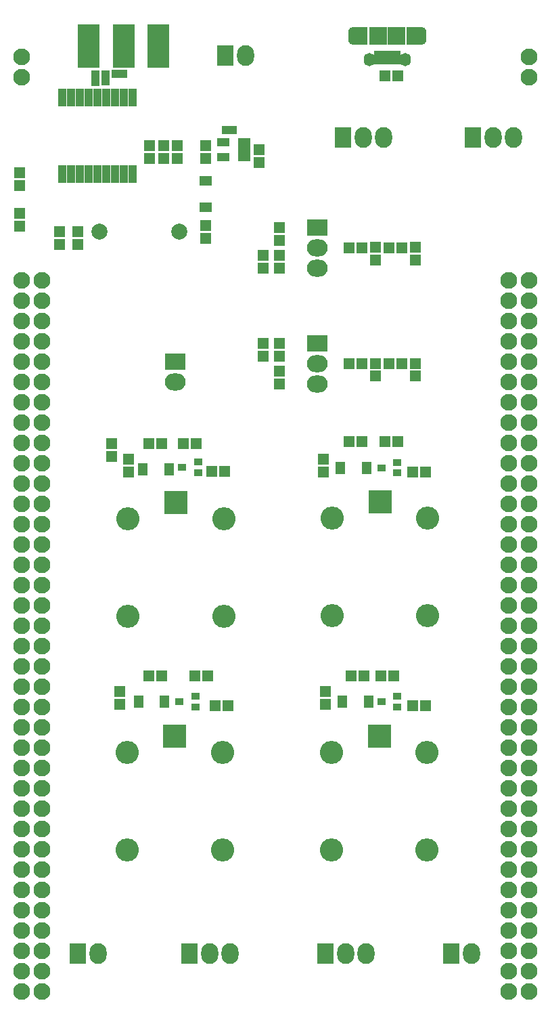
<source format=gts>
G04 #@! TF.GenerationSoftware,KiCad,Pcbnew,5.0.0-rc2-dev-unknown-54f14b0~63~ubuntu16.04.1*
G04 #@! TF.CreationDate,2018-04-02T00:46:52+01:00*
G04 #@! TF.ProjectId,g5500-ethernet-controller,67353530302D65746865726E65742D63,rev?*
G04 #@! TF.SameCoordinates,Original*
G04 #@! TF.FileFunction,Soldermask,Top*
G04 #@! TF.FilePolarity,Negative*
%FSLAX46Y46*%
G04 Gerber Fmt 4.6, Leading zero omitted, Abs format (unit mm)*
G04 Created by KiCad (PCBNEW 5.0.0-rc2-dev-unknown-54f14b0~63~ubuntu16.04.1) date Mon Apr  2 00:46:52 2018*
%MOMM*%
%LPD*%
G01*
G04 APERTURE LIST*
%ADD10R,2.140000X2.600000*%
%ADD11O,2.140000X2.600000*%
%ADD12R,1.400000X1.350000*%
%ADD13O,2.900000X2.900000*%
%ADD14R,2.900000X2.900000*%
%ADD15C,2.100000*%
%ADD16R,1.300000X1.600000*%
%ADD17R,0.800000X1.750000*%
%ADD18O,1.400000X1.650000*%
%ADD19R,2.200000X2.300000*%
%ADD20R,1.975000X2.300000*%
%ADD21O,1.400000X2.300000*%
%ADD22R,1.100000X0.850000*%
%ADD23R,1.100000X2.200000*%
%ADD24R,2.700000X5.400000*%
%ADD25R,2.800000X5.400000*%
%ADD26R,1.620000X1.050000*%
%ADD27R,1.350000X1.400000*%
%ADD28R,1.020000X1.020000*%
%ADD29R,2.600000X2.140000*%
%ADD30O,2.600000X2.140000*%
%ADD31C,2.000000*%
%ADD32R,1.600000X1.300000*%
G04 APERTURE END LIST*
D10*
X81750000Y-144500000D03*
D11*
X84290000Y-144500000D03*
X86830000Y-144500000D03*
D12*
X110000000Y-57800000D03*
X110000000Y-56200000D03*
D13*
X85912963Y-119339017D03*
X85912963Y-131539017D03*
X73912963Y-131539017D03*
X73912963Y-119339017D03*
D14*
X79912963Y-117339017D03*
X80039300Y-88130960D03*
D13*
X74039300Y-90130960D03*
X74039300Y-102330960D03*
X86039300Y-102330960D03*
X86039300Y-90130960D03*
D14*
X105585681Y-88010085D03*
D13*
X99585681Y-90010085D03*
X99585681Y-102210085D03*
X111585681Y-102210085D03*
X111585681Y-90010085D03*
X111500000Y-119300000D03*
X111500000Y-131500000D03*
X99500000Y-131500000D03*
X99500000Y-119300000D03*
D14*
X105500000Y-117300000D03*
D15*
X60725001Y-60287500D03*
X63265001Y-60287500D03*
X60725001Y-62827500D03*
X63265001Y-62827500D03*
X60725001Y-65367500D03*
X63265001Y-65367500D03*
X60725001Y-67907500D03*
X63265001Y-67907500D03*
X60725001Y-70447500D03*
X63265001Y-70447500D03*
X60725001Y-72987500D03*
X63265001Y-72987500D03*
X60725001Y-75527500D03*
X63265001Y-75527500D03*
X60725001Y-78067500D03*
X63265001Y-78067500D03*
X60725001Y-80607500D03*
X63265001Y-80607500D03*
X60725001Y-83147500D03*
X63265001Y-83147500D03*
X60725001Y-85687500D03*
X63265001Y-85687500D03*
X60725001Y-88227500D03*
X63265001Y-88227500D03*
X60725001Y-90767500D03*
X63265001Y-90767500D03*
X60725001Y-93307500D03*
X63265001Y-93307500D03*
X60725001Y-95847500D03*
X63265001Y-95847500D03*
X60725001Y-98387500D03*
X63265001Y-98387500D03*
X60725001Y-100927500D03*
X63265001Y-100927500D03*
X60725001Y-103467500D03*
X63265001Y-103467500D03*
X60725001Y-106007500D03*
X63265001Y-106007500D03*
X60725001Y-108547500D03*
X63265001Y-108547500D03*
X60725001Y-111087500D03*
X63265001Y-111087500D03*
X60725001Y-113627500D03*
X63265001Y-113627500D03*
X60725001Y-116167500D03*
X63265001Y-116167500D03*
X60725001Y-118707500D03*
X63265001Y-118707500D03*
X60725001Y-121247500D03*
X63265001Y-121247500D03*
X60725001Y-123787500D03*
X63265001Y-123787500D03*
X60725001Y-126327500D03*
X63265001Y-126327500D03*
X60725001Y-128867500D03*
X63265001Y-128867500D03*
X60725001Y-131407500D03*
X63265001Y-131407500D03*
X60725001Y-133947500D03*
X63265001Y-133947500D03*
X60725001Y-136487500D03*
X63265001Y-136487500D03*
X60725001Y-139027500D03*
X63265001Y-139027500D03*
X60725001Y-141567500D03*
X63265001Y-141567500D03*
X60725001Y-144107500D03*
X63265001Y-144107500D03*
X60725001Y-146647500D03*
X63265001Y-146647500D03*
X60725001Y-149187500D03*
X63265001Y-149187500D03*
X121685001Y-60287500D03*
X124225001Y-60287500D03*
X121685001Y-62827500D03*
X124225001Y-62827500D03*
X121685001Y-65367500D03*
X124225001Y-65367500D03*
X121685001Y-67907500D03*
X124225001Y-67907500D03*
X121685001Y-70447500D03*
X124225001Y-70447500D03*
X121685001Y-72987500D03*
X124225001Y-72987500D03*
X121685001Y-75527500D03*
X124225001Y-75527500D03*
X121685001Y-78067500D03*
X124225001Y-78067500D03*
X121685001Y-80607500D03*
X124225001Y-80607500D03*
X121685001Y-83147500D03*
X124225001Y-83147500D03*
X121685001Y-85687500D03*
X124225001Y-85687500D03*
X121685001Y-88227500D03*
X124225001Y-88227500D03*
X121685001Y-90767500D03*
X124225001Y-90767500D03*
X121685001Y-93307500D03*
X124225001Y-93307500D03*
X121685001Y-95847500D03*
X124225001Y-95847500D03*
X121685001Y-98387500D03*
X124225001Y-98387500D03*
X121685001Y-100927500D03*
X124225001Y-100927500D03*
X121685001Y-103467500D03*
X124225001Y-103467500D03*
X121685001Y-106007500D03*
X124225001Y-106007500D03*
X121685001Y-108547500D03*
X124225001Y-108547500D03*
X121685001Y-111087500D03*
X124225001Y-111087500D03*
X121685001Y-113627500D03*
X124225001Y-113627500D03*
X121685001Y-116167500D03*
X124225001Y-116167500D03*
X121685001Y-118707500D03*
X124225001Y-118707500D03*
X121685001Y-121247500D03*
X124225001Y-121247500D03*
X121685001Y-123787500D03*
X124225001Y-123787500D03*
X121685001Y-126327500D03*
X124225001Y-126327500D03*
X121685001Y-128867500D03*
X124225001Y-128867500D03*
X121685001Y-131407500D03*
X124225001Y-131407500D03*
X121685001Y-133947500D03*
X124225001Y-133947500D03*
X121685001Y-136487500D03*
X124225001Y-136487500D03*
X121685001Y-139027500D03*
X124225001Y-139027500D03*
X121685001Y-141567500D03*
X124225001Y-141567500D03*
X121685001Y-144107500D03*
X124225001Y-144107500D03*
X121685001Y-146647500D03*
X124225001Y-146647500D03*
X121685001Y-149187500D03*
X124225001Y-149187500D03*
X60725001Y-32347500D03*
X60725001Y-34887500D03*
X124225001Y-32347500D03*
X124225001Y-34887500D03*
D16*
X79240888Y-83942609D03*
X75940888Y-83942609D03*
X100600000Y-83750000D03*
X103900000Y-83750000D03*
X75350000Y-113000000D03*
X78650000Y-113000000D03*
X104150000Y-113000000D03*
X100850000Y-113000000D03*
D17*
X106500000Y-32425000D03*
X105850000Y-32425000D03*
X107150000Y-32425000D03*
X107800000Y-32425000D03*
X105200000Y-32425000D03*
D18*
X104275000Y-32750000D03*
X108725000Y-32750000D03*
D19*
X105350000Y-29750000D03*
X107650000Y-29750000D03*
D20*
X103112500Y-29750000D03*
D21*
X102325000Y-29750000D03*
D20*
X109887500Y-29750000D03*
D21*
X110675000Y-29750000D03*
D22*
X107750000Y-113650000D03*
X107750000Y-112350000D03*
X105750000Y-113000000D03*
X80840888Y-83692609D03*
X82840888Y-83042609D03*
X82840888Y-84342609D03*
X105750000Y-83750000D03*
X107750000Y-83100000D03*
X107750000Y-84400000D03*
X82500000Y-113650000D03*
X82500000Y-112350000D03*
X80500000Y-113000000D03*
D23*
X65850000Y-47000000D03*
X66950000Y-47000000D03*
X68050000Y-47000000D03*
X69150000Y-47000000D03*
X70250000Y-47000000D03*
X71350000Y-47000000D03*
X72450000Y-47000000D03*
X73550000Y-47000000D03*
X74650000Y-47000000D03*
X74650000Y-37500000D03*
X73550000Y-37500000D03*
X72450000Y-37500000D03*
X71350000Y-37500000D03*
X70250000Y-37500000D03*
X69150000Y-37500000D03*
X68050000Y-37500000D03*
X66950000Y-37500000D03*
X65850000Y-37500000D03*
D24*
X73500000Y-31000000D03*
D25*
X69125000Y-31000000D03*
X77875000Y-31000000D03*
D26*
X88560000Y-44950000D03*
X88560000Y-44000000D03*
X88560000Y-43050000D03*
X85940000Y-43050000D03*
X85940000Y-44950000D03*
D12*
X93000000Y-57200000D03*
X93000000Y-58800000D03*
X93000000Y-73300000D03*
X93000000Y-71700000D03*
X105000000Y-57800000D03*
X105000000Y-56200000D03*
X105000000Y-72300000D03*
X105000000Y-70700000D03*
X110000000Y-70700000D03*
X110000000Y-72300000D03*
D27*
X106200000Y-34750000D03*
X107800000Y-34750000D03*
D12*
X98750000Y-113300000D03*
X98750000Y-111700000D03*
X74090888Y-84242609D03*
X74090888Y-82642609D03*
X98500000Y-82700000D03*
X98500000Y-84300000D03*
X73000000Y-113300000D03*
X73000000Y-111700000D03*
X90500000Y-43950000D03*
X90500000Y-45550000D03*
X78500000Y-45050000D03*
X78500000Y-43450000D03*
X76750000Y-43450000D03*
X76750000Y-45050000D03*
D28*
X86300000Y-41500000D03*
X87200000Y-41500000D03*
D12*
X83750000Y-45050000D03*
X83750000Y-43450000D03*
D28*
X71250000Y-34550000D03*
X71250000Y-35450000D03*
D12*
X60500000Y-46900000D03*
X60500000Y-48500000D03*
D29*
X97750000Y-53750000D03*
D30*
X97750000Y-56290000D03*
X97750000Y-58830000D03*
X97750000Y-73290000D03*
X97750000Y-70750000D03*
D29*
X97750000Y-68210000D03*
X80000000Y-70500000D03*
D30*
X80000000Y-73040000D03*
D11*
X103830000Y-144500000D03*
X101290000Y-144500000D03*
D10*
X98750000Y-144500000D03*
D28*
X73450000Y-34500000D03*
X72550000Y-34500000D03*
D12*
X91000000Y-58800000D03*
X91000000Y-57200000D03*
X91000000Y-69800000D03*
X91000000Y-68200000D03*
D27*
X108300000Y-56250000D03*
X106700000Y-56250000D03*
X108300000Y-70750000D03*
X106700000Y-70750000D03*
X109700000Y-113500000D03*
X111300000Y-113500000D03*
X86140888Y-84192609D03*
X84540888Y-84192609D03*
X109700000Y-84250000D03*
X111300000Y-84250000D03*
X86550000Y-113500000D03*
X84950000Y-113500000D03*
D12*
X60500000Y-53550000D03*
X60500000Y-51950000D03*
D28*
X70000000Y-35500000D03*
X70000000Y-34600000D03*
D12*
X67750000Y-54200000D03*
X67750000Y-55800000D03*
X65500000Y-54200000D03*
X65500000Y-55800000D03*
X72000000Y-80700000D03*
X72000000Y-82300000D03*
D31*
X70500000Y-54250000D03*
X80500000Y-54250000D03*
D32*
X83750000Y-51150000D03*
X83750000Y-47850000D03*
D12*
X83750000Y-53450000D03*
X83750000Y-55050000D03*
D10*
X86250000Y-32250000D03*
D11*
X88790000Y-32250000D03*
D10*
X100960000Y-42500000D03*
D11*
X103500000Y-42500000D03*
X106040000Y-42500000D03*
X122330000Y-42500000D03*
X119790000Y-42500000D03*
D10*
X117250000Y-42500000D03*
X114500000Y-144500000D03*
D11*
X117040000Y-144500000D03*
D10*
X67750000Y-144500000D03*
D11*
X70290000Y-144500000D03*
D27*
X103550000Y-109750000D03*
X101950000Y-109750000D03*
X76700000Y-80750000D03*
X78300000Y-80750000D03*
X101700000Y-80500000D03*
X103300000Y-80500000D03*
X78300000Y-109750000D03*
X76700000Y-109750000D03*
X105700000Y-109750000D03*
X107300000Y-109750000D03*
X82550000Y-80750000D03*
X80950000Y-80750000D03*
X107800000Y-80500000D03*
X106200000Y-80500000D03*
X82400000Y-109750000D03*
X84000000Y-109750000D03*
D12*
X80250000Y-45050000D03*
X80250000Y-43450000D03*
D27*
X103300000Y-56250000D03*
X101700000Y-56250000D03*
D12*
X93000000Y-53700000D03*
X93000000Y-55300000D03*
X93000000Y-68200000D03*
X93000000Y-69800000D03*
D27*
X103300000Y-70750000D03*
X101700000Y-70750000D03*
M02*

</source>
